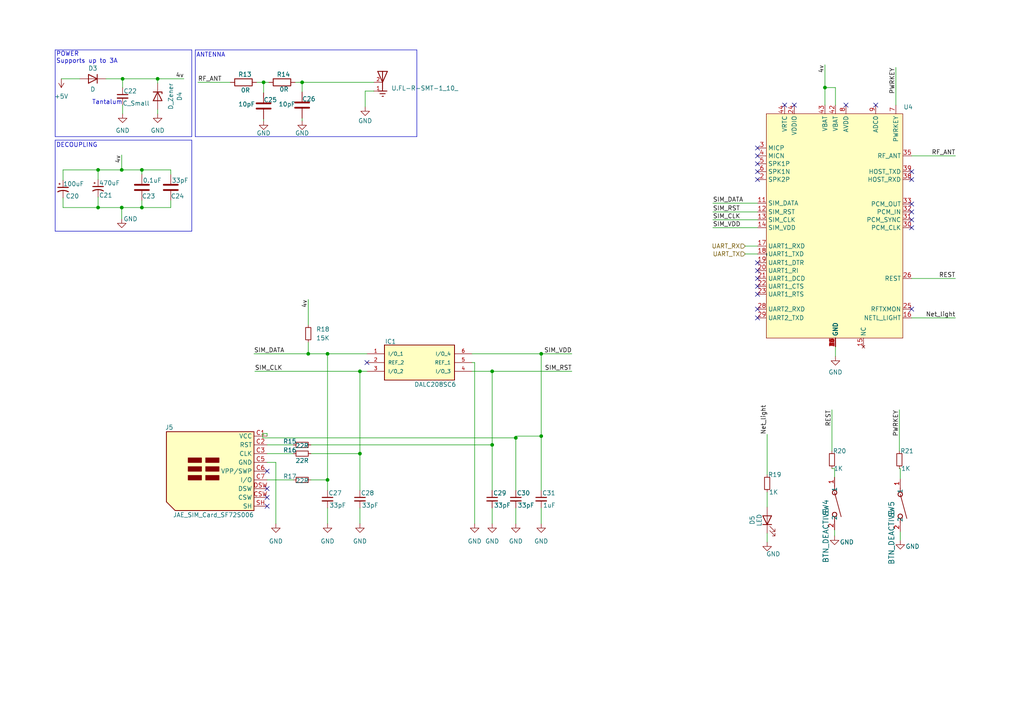
<source format=kicad_sch>
(kicad_sch (version 20231120) (generator "eeschema") (generator_version "8.0")
  (paper "A4")
  (lib_symbols
    (symbol "Connector:JAE_SIM_Card_SF72S006"
      (property "Reference" "J" (at 5.08 12.7 0))
      (property "Value" "JAE_SIM_Card_SF72S006" (at 30.48 12.7 0))
      (symbol "JAE_SIM_Card_SF72S006_0_1"
        (polyline (pts (xy 3.81 11.43) (xy 3.81 -11.43) (xy 26.67 -11.43) (xy 29.21 -8.89) (xy 29.21 11.43) (xy 3.81 11.43)) (stroke (width 0.254)) (fill (type background)))
        (rectangle (start 13.97 -2.54) (end 17.78 -1.27) (stroke (width 0.254)) (fill (type outline)))
        (rectangle (start 13.97 0) (end 17.78 1.27) (stroke (width 0.254)) (fill (type outline)))
        (rectangle (start 13.97 2.54) (end 17.78 3.81) (stroke (width 0.254)) (fill (type outline)))
        (rectangle (start 19.05 -1.27) (end 22.86 -2.54) (stroke (width 0.254)) (fill (type outline)))
        (rectangle (start 19.05 0) (end 22.86 1.27) (stroke (width 0.254)) (fill (type outline)))
        (rectangle (start 19.05 2.54) (end 22.86 3.81) (stroke (width 0.254)) (fill (type outline)))
      )
      (symbol "JAE_SIM_Card_SF72S006_1_1"
        (pin power_in line (at 0 10.16 0) (length 3.81) (name "VCC") (number "C1"))
        (pin input line (at 0 7.62 0) (length 3.81) (name "RST") (number "C2"))
        (pin input line (at 0 5.08 0) (length 3.81) (name "CLK") (number "C3"))
        (pin power_in line (at 0 2.54 0) (length 3.81) (name "GND") (number "C5"))
        (pin bidirectional line (at 0 0 0) (length 3.81) (name "VPP/SWP") (number "C6"))
        (pin bidirectional line (at 0 -2.54 0) (length 3.81) (name "I/O") (number "C7"))
        (pin passive line (at 0 -7.62 0) (length 3.81) (name "CSW") (number "CSW"))
        (pin passive line (at 0 -5.08 0) (length 3.81) (name "DSW") (number "DSW"))
        (pin passive line (at 0 -10.16 0) (length 3.81) (name "SH") (number "SH"))
      )
    )
    (symbol "DALC208SC6:DALC208SC6" (pin_names (offset 1.016))
      (property "Reference" "IC" (at 26.67 7.62 0))
      (property "Value" "DALC208SC6" (at 26.67 5.08 0))
      (symbol "DALC208SC6_0_0"
        (rectangle (start 5.08 -7.62) (end 25.4 2.54) (stroke (width 0.254)) (fill (type background)))
        (pin bidirectional line (at 0 0 0) (length 5.08) (name "I/O_1") (number "1"))
        (pin bidirectional line (at 0 -2.54 0) (length 5.08) (name "REF_2") (number "2"))
        (pin bidirectional line (at 0 -5.08 0) (length 5.08) (name "I/O_2") (number "3"))
        (pin bidirectional line (at 30.48 -5.08 180) (length 5.08) (name "I/O_3") (number "4"))
        (pin bidirectional line (at 30.48 -2.54 180) (length 5.08) (name "REF_1") (number "5"))
        (pin bidirectional line (at 30.48 0 180) (length 5.08) (name "I/O_4") (number "6"))
      )
    )
    (symbol "Device:C" (pin_numbers hide) (pin_names (offset 0.254))
      (property "Reference" "C" (at 0.635 2.54 0))
      (property "Value" "C" (at 0.635 -2.54 0))
      (symbol "C_0_1"
        (polyline (pts (xy -2.032 -0.762) (xy 2.032 -0.762)) (stroke (width 0.508)))
        (polyline (pts (xy -2.032 0.762) (xy 2.032 0.762)) (stroke (width 0.508)))
      )
      (symbol "C_1_1"
        (pin passive line (at 0 3.81 270) (length 2.794) (name "~") (number "1"))
        (pin passive line (at 0 -3.81 90) (length 2.794) (name "~") (number "2"))
      )
    )
    (symbol "Device:C_Polarized_Small_US" (pin_numbers hide) (pin_names (offset 0.254) hide)
      (property "Reference" "C" (at 0.254 1.778 0))
      (property "Value" "C_Polarized_Small_US" (at 0.254 -2.032 0))
      (symbol "C_Polarized_Small_US_0_1"
        (polyline (pts (xy -1.524 0.508) (xy 1.524 0.508)) (stroke (width 0.3048)))
        (polyline (pts (xy -1.27 1.524) (xy -0.762 1.524)))
        (polyline (pts (xy -1.016 1.27) (xy -1.016 1.778)))
        (arc (start 1.524 -0.762) (mid 0 -0.3734) (end -1.524 -0.762) (stroke (width 0.3048)))
      )
      (symbol "C_Polarized_Small_US_1_1"
        (pin passive line (at 0 2.54 270) (length 2.032) (name "~") (number "1"))
        (pin passive line (at 0 -2.54 90) (length 2.032) (name "~") (number "2"))
      )
    )
    (symbol "Device:C_Small" (pin_numbers hide) (pin_names (offset 0.254) hide)
      (property "Reference" "C" (at 0.254 1.778 0))
      (property "Value" "C_Small" (at 0.254 -2.032 0))
      (symbol "C_Small_0_1"
        (polyline (pts (xy -1.524 -0.508) (xy 1.524 -0.508)) (stroke (width 0.3302)))
        (polyline (pts (xy -1.524 0.508) (xy 1.524 0.508)) (stroke (width 0.3048)))
      )
      (symbol "C_Small_1_1"
        (pin passive line (at 0 2.54 270) (length 2.032) (name "~") (number "1"))
        (pin passive line (at 0 -2.54 90) (length 2.032) (name "~") (number "2"))
      )
    )
    (symbol "Device:D" (pin_numbers hide) (pin_names (offset 1.016) hide)
      (property "Reference" "D" (at 0 2.54 0))
      (property "Value" "D" (at 0 -2.54 0))
      (symbol "D_0_1"
        (polyline (pts (xy -1.27 1.27) (xy -1.27 -1.27)) (stroke (width 0.254)))
        (polyline (pts (xy 1.27 0) (xy -1.27 0)))
        (polyline (pts (xy 1.27 1.27) (xy 1.27 -1.27) (xy -1.27 0) (xy 1.27 1.27)) (stroke (width 0.254)))
      )
      (symbol "D_1_1"
        (pin passive line (at -3.81 0 0) (length 2.54) (name "K") (number "1"))
        (pin passive line (at 3.81 0 180) (length 2.54) (name "A") (number "2"))
      )
    )
    (symbol "Device:D_Zener" (pin_numbers hide) (pin_names (offset 1.016) hide)
      (property "Reference" "D" (at 0 2.54 0))
      (property "Value" "D_Zener" (at 0 -2.54 0))
      (symbol "D_Zener_0_1"
        (polyline (pts (xy 1.27 0) (xy -1.27 0)))
        (polyline (pts (xy -1.27 -1.27) (xy -1.27 1.27) (xy -0.762 1.27)) (stroke (width 0.254)))
        (polyline (pts (xy 1.27 -1.27) (xy 1.27 1.27) (xy -1.27 0) (xy 1.27 -1.27)) (stroke (width 0.254)))
      )
      (symbol "D_Zener_1_1"
        (pin passive line (at -3.81 0 0) (length 2.54) (name "K") (number "1"))
        (pin passive line (at 3.81 0 180) (length 2.54) (name "A") (number "2"))
      )
    )
    (symbol "Device:LED" (pin_numbers hide) (pin_names (offset 1.016) hide)
      (property "Reference" "D" (at 0 2.54 0))
      (property "Value" "LED" (at 0 -2.54 0))
      (symbol "LED_0_1"
        (polyline (pts (xy -1.27 -1.27) (xy -1.27 1.27)) (stroke (width 0.254)))
        (polyline (pts (xy -1.27 0) (xy 1.27 0)))
        (polyline (pts (xy 1.27 -1.27) (xy 1.27 1.27) (xy -1.27 0) (xy 1.27 -1.27)) (stroke (width 0.254)))
        (polyline (pts (xy -3.048 -0.762) (xy -4.572 -2.286) (xy -3.81 -2.286) (xy -4.572 -2.286) (xy -4.572 -1.524)))
        (polyline (pts (xy -1.778 -0.762) (xy -3.302 -2.286) (xy -2.54 -2.286) (xy -3.302 -2.286) (xy -3.302 -1.524)))
      )
      (symbol "LED_1_1"
        (pin passive line (at -3.81 0 0) (length 2.54) (name "K") (number "1"))
        (pin passive line (at 3.81 0 180) (length 2.54) (name "A") (number "2"))
      )
    )
    (symbol "Device:R" (pin_numbers hide) (pin_names (offset 0))
      (property "Reference" "R" (at 2.032 0 90))
      (property "Value" "R" (at 0 0 90))
      (symbol "R_0_1"
        (rectangle (start -1.016 -2.54) (end 1.016 2.54) (stroke (width 0.254)))
      )
      (symbol "R_1_1"
        (pin passive line (at 0 3.81 270) (length 1.27) (name "~") (number "1"))
        (pin passive line (at 0 -3.81 90) (length 1.27) (name "~") (number "2"))
      )
    )
    (symbol "Device:R_Small" (pin_numbers hide) (pin_names (offset 0.254) hide)
      (property "Reference" "R" (at 0.762 0.508 0))
      (property "Value" "R_Small" (at 0.762 -1.016 0))
      (symbol "R_Small_0_1"
        (rectangle (start -0.762 1.778) (end 0.762 -1.778) (stroke (width 0.2032)))
      )
      (symbol "R_Small_1_1"
        (pin passive line (at 0 2.54 270) (length 0.762) (name "~") (number "1"))
        (pin passive line (at 0 -2.54 90) (length 0.762) (name "~") (number "2"))
      )
    )
    (symbol "drip-irrigation-sys-cc:PTS636_SM50J_SMTR_LFS" (pin_names (offset 0.254))
      (property "Reference" "SW" (at 7.62 3.81 0))
      (property "Value" "PTS636 SM50J SMTR LFS" (at 0 0 0))
      (symbol "PTS636_SM50J_SMTR_LFS_0_1"
        (polyline (pts (xy 2.54 0) (xy 3.81 0)) (stroke (width 0.2032)))
        (polyline (pts (xy 4.445 0) (xy 11.43 1.905)) (stroke (width 0.2032)))
        (polyline (pts (xy 12.7 0) (xy 11.43 0)) (stroke (width 0.2032)))
        (circle (center 4.445 0) (radius 0.635) (stroke (width 0.254)))
        (circle (center 10.795 0) (radius 0.635) (stroke (width 0.254)))
        (pin unspecified line (at 0 0 0) (length 2.54) (name "1") (number "1"))
        (pin unspecified line (at 15.24 0 180) (length 2.54) (name "2") (number "2"))
      )
    )
    (symbol "drip-irrigation-sys-cc:U.FL-R-SMT-1_10_" (pin_names (offset 1.016))
      (property "Reference" "J" (at -2.5406 5.0869 0))
      (property "Value" "U.FL-R-SMT-1_10_" (at -2.6677 -7.6346 0))
      (symbol "U.FL-R-SMT-1_10__0_0"
        (polyline (pts (xy -1.397 3.175) (xy 0 3.175)) (stroke (width 0.254)))
        (polyline (pts (xy -0.762 -3.302) (xy 0.762 -3.302)) (stroke (width 0.254)))
        (polyline (pts (xy -0.127 -4.064) (xy 0.254 -4.064)) (stroke (width 0.254)))
        (polyline (pts (xy 0 -2.54) (xy -1.27 -2.54)) (stroke (width 0.254)))
        (polyline (pts (xy 0 -2.54) (xy 1.27 -2.54)) (stroke (width 0.254)))
        (polyline (pts (xy 0 0) (xy -1.397 3.175)) (stroke (width 0.254)))
        (polyline (pts (xy 0 0) (xy 0 -2.54)) (stroke (width 0.254)))
        (polyline (pts (xy 0 3.175) (xy 0 0)) (stroke (width 0.254)))
        (polyline (pts (xy 0 3.175) (xy 1.397 3.175)) (stroke (width 0.254)))
        (polyline (pts (xy 1.397 3.175) (xy 0 0)) (stroke (width 0.254)))
        (pin passive line (at -2.54 -2.54 0) (length 2.54) (name "~") (number "1"))
        (pin passive line (at -2.54 0 0) (length 2.54) (name "~") (number "2"))
      )
    )
    (symbol "mergened_symbols:mg2608"
      (property "Reference" "U" (at -16.256 -33.782 0))
      (symbol "mg2608_1_1"
        (rectangle (start -20.066 33.02) (end 19.558 -32.004) (fill (type background)))
        (pin input line (at 0 -34.544 90) (length 2.54) (name "GND") (number "1"))
        (pin input line (at 0 -34.544 90) (length 2.54) (name "GND") (number "10"))
        (pin bidirectional line (at -22.606 7.112 0) (length 2.54) (name "SIM_DATA") (number "11"))
        (pin output line (at -22.606 4.572 0) (length 2.54) (name "SIM_RST") (number "12"))
        (pin output line (at -22.606 2.286 0) (length 2.54) (name "SIM_CLK") (number "13"))
        (pin output line (at -22.606 0 0) (length 2.54) (name "SIM_VDD") (number "14"))
        (pin no_connect line (at 8.128 -34.544 90) (length 2.54) (name "NC") (number "15"))
        (pin input line (at 22.098 -26.162 180) (length 2.54) (name "NETL_LIGHT") (number "16"))
        (pin input line (at -22.606 -5.334 0) (length 2.54) (name "UART1_RXD") (number "17"))
        (pin output line (at -22.606 -7.62 0) (length 2.54) (name "UART1_TXD") (number "18"))
        (pin input line (at -22.606 -10.16 0) (length 2.54) (name "UART1_DTR") (number "19"))
        (pin output line (at -22.606 13.97 0) (length 2.54) (name "SPK2P") (number "2"))
        (pin output line (at -22.606 -12.446 0) (length 2.54) (name "UART1_RI") (number "20"))
        (pin output line (at -22.606 -14.732 0) (length 2.54) (name "UART1_DCD") (number "21"))
        (pin output line (at -22.606 -17.018 0) (length 2.54) (name "UART1_CTS") (number "22"))
        (pin input line (at -22.606 -19.304 0) (length 2.54) (name "UART1_RTS") (number "23"))
        (pin output line (at -11.938 35.56 270) (length 2.54) (name "VDDIO") (number "24"))
        (pin input line (at 22.098 -23.622 180) (length 2.54) (name "RFTXMON") (number "25"))
        (pin input line (at 22.098 -14.732 180) (length 2.54) (name "REST") (number "26"))
        (pin input line (at 0 -34.544 90) (length 2.54) (name "GND") (number "27"))
        (pin input line (at -22.606 -23.622 0) (length 2.54) (name "UART2_RXD") (number "28"))
        (pin output line (at -22.606 -26.162 0) (length 2.54) (name "UART2_TXD") (number "29"))
        (pin input line (at -22.606 23.114 0) (length 2.54) (name "MICP") (number "3"))
        (pin output line (at 22.098 0 180) (length 2.54) (name "PCM_CLK") (number "30"))
        (pin output line (at 22.098 2.286 180) (length 2.54) (name "PCM_SYNC") (number "31"))
        (pin input line (at 22.098 4.572 180) (length 2.54) (name "PCM_IN") (number "32"))
        (pin output line (at 22.098 6.858 180) (length 2.54) (name "PCM_OUT") (number "33"))
        (pin input line (at 0 -34.544 90) (length 2.54) (name "GND") (number "34"))
        (pin bidirectional line (at 22.098 20.828 180) (length 2.54) (name "RF_ANT") (number "35"))
        (pin input line (at 0 -34.544 90) (length 2.54) (name "GND") (number "36"))
        (pin input line (at 0 -34.544 90) (length 2.54) (name "GND") (number "37"))
        (pin input line (at 22.098 13.97 180) (length 2.54) (name "HOST_RXD") (number "38"))
        (pin input line (at 22.098 16.256 180) (length 2.54) (name "HOST_TXD") (number "39"))
        (pin input line (at -22.606 20.828 0) (length 2.54) (name "MICN") (number "4"))
        (pin input line (at 0 -34.544 90) (length 2.54) (name "GND") (number "40"))
        (pin input line (at 0 -34.544 90) (length 2.54) (name "GND") (number "41"))
        (pin input line (at 0 35.56 270) (length 2.54) (name "VBAT") (number "42"))
        (pin input line (at -3.048 35.56 270) (length 2.54) (name "VBAT") (number "43"))
        (pin output line (at -14.732 35.56 270) (length 2.54) (name "VRTC") (number "44"))
        (pin output line (at -22.606 18.542 0) (length 2.54) (name "SPK1P") (number "5"))
        (pin output line (at -22.606 16.256 0) (length 2.54) (name "SPK1N") (number "6"))
        (pin input line (at 17.526 35.56 270) (length 2.54) (name "PWRKEY") (number "7"))
        (pin output line (at 3.048 35.56 270) (length 2.54) (name "AVDD") (number "8"))
        (pin input line (at 11.684 35.56 270) (length 2.54) (name "ADC0") (number "9"))
      )
    )
    (symbol "power:+5V" (power) (pin_numbers hide) (pin_names (offset 0) hide)
      (property "Value" "+5V" (at 0 3.556 0))
      (symbol "+5V_0_1"
        (polyline (pts (xy -0.762 1.27) (xy 0 2.54)))
        (polyline (pts (xy 0 0) (xy 0 2.54)))
        (polyline (pts (xy 0 2.54) (xy 0.762 1.27)))
      )
      (symbol "+5V_1_1"
        (pin power_in line (at 0 0 90) (length 0) (name "~") (number "1"))
      )
    )
    (symbol "power:GND" (power) (pin_names (offset 0))
      (property "Value" "GND" (at 0 -3.81 0))
      (symbol "GND_0_1"
        (polyline (pts (xy 0 0) (xy 0 -1.27) (xy 1.27 -1.27) (xy 0 -2.54) (xy -1.27 -1.27) (xy 0 -1.27)))
      )
      (symbol "GND_1_1"
        (pin power_in line (at 0 0 270) (length 0) hide (name "GND") (number "1"))
      )
    )
  )
  (junction (at 89.408 102.616))
  (junction (at 142.748 107.696))
  (junction (at 45.72 22.86))
  (junction (at 28.448 49.276))
  (junction (at 35.306 49.276))
  (junction (at 41.148 49.276))
  (junction (at 28.448 60.198))
  (junction (at 142.748 129.032))
  (junction (at 94.996 102.616))
  (junction (at 87.63 23.876))
  (junction (at 239.268 25.4))
  (junction (at 156.972 126.492))
  (junction (at 94.996 139.192))
  (junction (at 149.606 127))
  (junction (at 104.394 107.696))
  (junction (at 76.454 23.876))
  (junction (at 156.972 102.616))
  (junction (at 41.148 60.198))
  (junction (at 104.394 131.572))
  (junction (at 35.56 22.86))
  (junction (at 35.306 60.198))
  (no_connect (at 106.426 105.156))
  (no_connect (at 77.47 146.812))
  (no_connect (at 219.71 49.784))
  (no_connect (at 254 30.48))
  (no_connect (at 219.71 92.202))
  (no_connect (at 77.47 141.732))
  (no_connect (at 264.414 61.468))
  (no_connect (at 219.71 45.212))
  (no_connect (at 219.71 42.926))
  (no_connect (at 264.414 66.04))
  (no_connect (at 245.364 30.48))
  (no_connect (at 264.414 89.662))
  (no_connect (at 219.71 80.772))
  (no_connect (at 219.71 78.486))
  (no_connect (at 219.71 52.07))
  (no_connect (at 219.71 47.498))
  (no_connect (at 230.378 30.48))
  (no_connect (at 219.71 76.2))
  (no_connect (at 227.584 30.48))
  (no_connect (at 219.71 89.662))
  (no_connect (at 264.414 52.07))
  (no_connect (at 219.71 85.344))
  (no_connect (at 264.414 63.754))
  (no_connect (at 219.71 83.058))
  (no_connect (at 264.414 59.182))
  (no_connect (at 264.414 49.784))
  (no_connect (at 77.47 144.272))
  (no_connect (at 77.47 136.652))
  (wire (pts (xy 156.972 147.32) (xy 156.972 151.892)))
  (wire (pts (xy 76.454 23.876) (xy 77.978 23.876)))
  (wire (pts (xy 76.454 35.052) (xy 76.454 34.544)))
  (wire (pts (xy 28.448 60.198) (xy 35.306 60.198)))
  (wire (pts (xy 49.53 49.276) (xy 41.148 49.276)))
  (wire (pts (xy 104.394 131.572) (xy 104.394 142.24)))
  (wire (pts (xy 89.408 86.868) (xy 89.408 94.234)))
  (wire (pts (xy 49.53 50.546) (xy 49.53 49.276)))
  (wire (pts (xy 260.858 135.89) (xy 261.112 135.89)))
  (wire (pts (xy 89.408 102.616) (xy 94.996 102.616)))
  (wire (pts (xy 90.17 129.032) (xy 142.748 129.032)))
  (wire (pts (xy 41.148 50.546) (xy 41.148 49.276)))
  (polyline (pts (xy 120.904 14.478) (xy 120.904 39.624)))
  (wire (pts (xy 239.268 25.4) (xy 242.316 25.4)))
  (wire (pts (xy 206.756 61.468) (xy 219.71 61.468)))
  (wire (pts (xy 104.394 147.32) (xy 104.394 151.892)))
  (wire (pts (xy 242.062 138.43) (xy 242.062 135.89)))
  (wire (pts (xy 261.112 138.938) (xy 261.112 135.89)))
  (wire (pts (xy 77.47 134.112) (xy 80.01 134.112)))
  (wire (pts (xy 18.288 57.404) (xy 18.288 60.198)))
  (wire (pts (xy 89.408 99.314) (xy 89.408 102.616)))
  (wire (pts (xy 239.268 18.796) (xy 239.268 25.4)))
  (wire (pts (xy 35.306 60.198) (xy 41.148 60.198)))
  (wire (pts (xy 277.114 92.202) (xy 264.414 92.202)))
  (wire (pts (xy 142.748 107.696) (xy 142.748 129.032)))
  (wire (pts (xy 108.4144 23.876) (xy 108.4144 23.8716)))
  (wire (pts (xy 149.606 126.492) (xy 156.972 126.492)))
  (wire (pts (xy 45.72 22.86) (xy 45.72 24.13)))
  (wire (pts (xy 28.448 57.15) (xy 28.448 60.198)))
  (wire (pts (xy 242.062 135.89) (xy 241.3 135.89)))
  (wire (pts (xy 142.748 129.032) (xy 142.748 142.24)))
  (wire (pts (xy 76.2 125.73) (xy 76.2 127)))
  (wire (pts (xy 73.66 102.616) (xy 89.408 102.616)))
  (wire (pts (xy 222.504 157.226) (xy 222.504 154.686)))
  (polyline (pts (xy 120.904 39.624) (xy 56.642 39.624)))
  (polyline (pts (xy 55.626 14.478) (xy 55.626 39.624)))
  (wire (pts (xy 206.756 63.754) (xy 219.71 63.754)))
  (wire (pts (xy 94.996 102.616) (xy 94.996 139.192)))
  (wire (pts (xy 87.63 23.876) (xy 108.4144 23.876)))
  (wire (pts (xy 76.2 127) (xy 149.606 127)))
  (wire (pts (xy 104.394 107.696) (xy 104.394 131.572)))
  (wire (pts (xy 45.72 22.86) (xy 53.34 22.86)))
  (wire (pts (xy 49.53 60.198) (xy 41.148 60.198)))
  (wire (pts (xy 57.404 23.876) (xy 66.802 23.876)))
  (wire (pts (xy 45.72 31.75) (xy 45.72 33.02)))
  (wire (pts (xy 94.996 102.616) (xy 106.426 102.616)))
  (polyline (pts (xy 16.002 14.478) (xy 16.002 39.624)))
  (polyline (pts (xy 56.642 14.478) (xy 56.642 39.624)))
  (wire (pts (xy 104.394 107.696) (xy 106.426 107.696)))
  (wire (pts (xy 28.448 49.276) (xy 28.448 52.07)))
  (polyline (pts (xy 16.002 40.64) (xy 55.626 40.64)))
  (wire (pts (xy 241.3 118.872) (xy 241.3 130.81)))
  (wire (pts (xy 77.47 125.73) (xy 77.47 126.492)))
  (wire (pts (xy 76.454 26.924) (xy 76.454 23.876)))
  (wire (pts (xy 136.906 105.156) (xy 137.668 105.156)))
  (wire (pts (xy 41.148 60.198) (xy 41.148 58.166)))
  (wire (pts (xy 242.316 25.4) (xy 242.316 30.48)))
  (wire (pts (xy 156.972 102.616) (xy 156.972 126.492)))
  (wire (pts (xy 35.306 63.5) (xy 35.306 60.198)))
  (polyline (pts (xy 16.002 40.64) (xy 16.002 67.056)))
  (wire (pts (xy 90.17 131.572) (xy 104.394 131.572)))
  (wire (pts (xy 156.972 102.616) (xy 165.862 102.616)))
  (wire (pts (xy 35.56 30.48) (xy 35.56 33.02)))
  (wire (pts (xy 222.504 125.984) (xy 222.504 137.668)))
  (polyline (pts (xy 55.626 67.056) (xy 16.002 67.056)))
  (wire (pts (xy 41.148 49.276) (xy 35.306 49.276)))
  (wire (pts (xy 216.154 73.66) (xy 219.71 73.66)))
  (wire (pts (xy 74.422 23.876) (xy 76.454 23.876)))
  (wire (pts (xy 259.842 19.558) (xy 259.842 30.48)))
  (wire (pts (xy 261.112 154.178) (xy 261.112 156.718)))
  (wire (pts (xy 28.448 60.198) (xy 18.288 60.198)))
  (wire (pts (xy 149.606 147.32) (xy 149.606 151.892)))
  (wire (pts (xy 242.316 103.378) (xy 242.316 100.584)))
  (wire (pts (xy 35.56 22.86) (xy 35.56 25.4)))
  (wire (pts (xy 77.47 139.192) (xy 85.09 139.192)))
  (wire (pts (xy 77.47 129.032) (xy 85.09 129.032)))
  (wire (pts (xy 142.748 147.32) (xy 142.748 151.892)))
  (wire (pts (xy 222.504 147.066) (xy 222.504 142.748)))
  (wire (pts (xy 137.668 105.156) (xy 137.668 151.892)))
  (wire (pts (xy 149.606 127) (xy 149.606 142.24)))
  (wire (pts (xy 264.414 80.772) (xy 277.114 80.772)))
  (wire (pts (xy 206.756 66.04) (xy 219.71 66.04)))
  (wire (pts (xy 80.01 134.112) (xy 80.01 151.892)))
  (wire (pts (xy 87.63 35.052) (xy 87.63 34.29)))
  (wire (pts (xy 35.56 22.86) (xy 45.72 22.86)))
  (wire (pts (xy 73.914 107.696) (xy 104.394 107.696)))
  (wire (pts (xy 77.47 131.572) (xy 85.09 131.572)))
  (wire (pts (xy 260.858 118.872) (xy 260.858 130.81)))
  (wire (pts (xy 18.288 52.324) (xy 18.288 49.276)))
  (polyline (pts (xy 56.642 14.478) (xy 120.904 14.478)))
  (wire (pts (xy 49.53 58.166) (xy 49.53 60.198)))
  (wire (pts (xy 35.306 44.958) (xy 35.306 49.276)))
  (wire (pts (xy 87.63 23.876) (xy 87.63 26.67)))
  (wire (pts (xy 105.918 26.416) (xy 105.918 30.988)))
  (polyline (pts (xy 55.626 39.624) (xy 16.002 39.624)))
  (wire (pts (xy 76.2 125.73) (xy 77.47 125.73)))
  (wire (pts (xy 136.906 102.616) (xy 156.972 102.616)))
  (wire (pts (xy 216.154 71.374) (xy 219.71 71.374)))
  (wire (pts (xy 149.606 126.492) (xy 149.606 127)))
  (wire (pts (xy 17.78 22.86) (xy 23.114 22.86)))
  (wire (pts (xy 239.268 25.4) (xy 239.268 30.48)))
  (wire (pts (xy 94.996 147.32) (xy 94.996 151.892)))
  (wire (pts (xy 18.288 49.276) (xy 28.448 49.276)))
  (wire (pts (xy 264.414 45.212) (xy 277.114 45.212)))
  (polyline (pts (xy 55.626 40.64) (xy 55.626 67.056)))
  (wire (pts (xy 206.756 58.928) (xy 219.71 58.928)))
  (wire (pts (xy 35.306 49.276) (xy 28.448 49.276)))
  (wire (pts (xy 242.062 153.67) (xy 242.062 155.448)))
  (wire (pts (xy 156.972 126.492) (xy 156.972 142.24)))
  (wire (pts (xy 87.63 23.876) (xy 85.598 23.876)))
  (wire (pts (xy 136.906 107.696) (xy 142.748 107.696)))
  (wire (pts (xy 90.17 139.192) (xy 94.996 139.192)))
  (wire (pts (xy 142.748 107.696) (xy 165.862 107.696)))
  (wire (pts (xy 108.4144 26.416) (xy 108.4144 26.4116)))
  (wire (pts (xy 105.918 26.416) (xy 108.4144 26.416)))
  (wire (pts (xy 94.996 139.192) (xy 94.996 142.24)))
  (polyline (pts (xy 16.002 14.478) (xy 55.626 14.478)))
  (wire (pts (xy 30.734 22.86) (xy 35.56 22.86)))
  (text "DECOUPLING" (at 16.256 42.926 0) (effects (font (size 1.27 1.27)) (justify left bottom)))
  (text "ANTENNA" (at 56.896 16.764 0) (effects (font (size 1.27 1.27)) (justify left bottom)))
  (text "POWER\nSupports up to 3A" (at 16.256 18.542 0) (effects (font (size 1.27 1.27)) (justify left bottom)))
  (text "Tantalum" (at 26.67 30.48 0) (effects (font (size 1.27 1.27)) (justify left bottom)))
  (label "SIM_DATA" (at 73.66 102.616 0))
  (label "RF_ANT" (at 277.114 45.212 180))
  (label "SIM_VDD" (at 165.862 102.616 180))
  (label "SIM_CLK" (at 73.914 107.696 0))
  (label "REST" (at 241.3 118.872 270))
  (label "Net_light" (at 222.504 125.984 90))
  (label "RF_ANT" (at 57.404 23.876 0))
  (label "SIM_RST" (at 206.756 61.468 0))
  (label "SIM_RST" (at 165.862 107.696 180))
  (label "4v" (at 53.34 22.86 180))
  (label "4v" (at 35.306 44.958 270))
  (label "4v" (at 89.408 86.868 270))
  (label "4v" (at 239.268 18.796 270))
  (label "Net_light" (at 277.114 92.202 180))
  (label "PWRKEY" (at 259.842 19.558 270))
  (label "SIM_CLK" (at 206.756 63.754 0))
  (label "REST" (at 277.114 80.772 180))
  (label "SIM_DATA" (at 206.756 58.928 0))
  (label "PWRKEY" (at 260.858 118.872 270))
  (label "SIM_VDD" (at 206.756 66.04 0))
  (hierarchical_label "UART_RX" (shape input) (at 216.154 71.374 180))
  (hierarchical_label "UART_TX" (shape input) (at 216.154 73.66 180))
  (symbol (lib_id "mergened_symbols:mg2608") (at 242.316 66.04 0) (unit 1)
    (property "Reference" "U4" (at 262.0361 31.0388 0) (effects (justify left)))
    (property "Value" "~" (at 222.377 73.787 90))
    (property "Footprint" "mergened_footprints:MG2608" (effects (hide yes)))
    (property "JLCPCB" "C389669" (effects (hide yes)))
  )
  (symbol (lib_id "Device:R_Small") (at 87.63 129.032 90) (unit 1)
    (property "Reference" "R15" (at 84.074 128.016 90))
    (property "Value" "22R" (at 87.63 129.286 90))
    (property "Footprint" "Resistor_SMD:R_0402_1005Metric" (effects (hide yes)))
    (property "DigiKey" "311-22.0HRDKR-ND" (effects (hide yes)))
  )
  (symbol (lib_id "Device:C_Polarized_Small_US") (at 28.448 54.61 0) (unit 1)
    (property "Reference" "C21" (at 28.702 56.642 0) (effects (justify left)))
    (property "Value" "470uF" (at 28.702 53.086 0) (effects (justify left)))
    (property "Footprint" "Capacitor_SMD:CP_Elec_8x10.5" (effects (hide yes)))
    (property "DigiKey" "2997-SRF10V471MJ102-ND" (effects (hide yes)))
  )
  (symbol (lib_id "Device:R_Small") (at 222.504 140.208 0) (unit 1)
    (property "Reference" "R19" (at 222.758 137.668 0) (effects (justify left)))
    (property "Value" "1K" (at 223.012 142.748 0) (effects (justify left)))
    (property "Footprint" "Resistor_SMD:R_0402_1005Metric" (effects (hide yes)))
    (property "DigiKey" "  311-1.0KJRTR-ND" (effects (hide yes)))
  )
  (symbol (lib_id "Device:R_Small") (at 89.408 96.774 0) (unit 1)
    (property "Reference" "R18" (at 91.694 95.504 0) (effects (justify left)))
    (property "Value" "15K" (at 91.694 98.044 0) (effects (justify left)))
    (property "Footprint" "Resistor_SMD:R_0402_1005Metric" (effects (hide yes)))
    (property "DigiKey" "P15KDBDKR-ND" (effects (hide yes)))
  )
  (symbol (lib_id "power:GND") (at 94.996 151.892 0) (unit 1)
    (property "Reference" "#PWR041" (effects (hide yes)))
    (property "Value" "GND" (at 94.996 156.972 0))
  )
  (symbol (lib_id "Device:C") (at 41.148 54.356 0) (unit 1)
    (property "Reference" "C23" (at 41.148 56.896 0) (effects (justify left)))
    (property "Value" "0.1uF" (at 41.402 52.324 0) (effects (justify left)))
    (property "Footprint" "Capacitor_SMD:C_0402_1005Metric" (effects (hide yes)))
    (property "DigiKey" "3372-0805B104K201DCTR-ND" (effects (hide yes)))
  )
  (symbol (lib_id "Device:C_Small") (at 142.748 144.78 0) (unit 1)
    (property "Reference" "C29" (at 143.002 143.002 0) (effects (justify left)))
    (property "Value" "33pF" (at 143.256 146.558 0) (effects (justify left)))
    (property "Footprint" "Capacitor_SMD:C_0402_1005Metric" (effects (hide yes)))
    (property "DigiKey" "2571-GMC10CG330K100NTTR-ND" (effects (hide yes)))
  )
  (symbol (lib_id "Connector:JAE_SIM_Card_SF72S006") (at 77.47 136.652 0) (mirror y) (unit 1)
    (property "Reference" "J5" (at 50.292 123.952 0) (effects (justify left)))
    (property "Value" "JAE_SIM_Card_SF72S006" (at 73.66 149.352 0) (effects (justify left)))
    (property "Footprint" "Connector_JAE:JAE_SIM_Card_SF72S006" (effects (hide yes)))
    (property "Datasheet" "https://www.jae.com/direct/topics/topics_file_download/topics_id=68892&ext_no=06&index=0&_lang=en&v=202003111511468456809" (effects (hide yes)))
    (property "DigiKey" "  670-2967-2-ND" (effects (hide yes)))
  )
  (symbol (lib_id "power:GND") (at 222.504 157.226 0) (unit 1)
    (property "Reference" "#PWR048" (effects (hide yes)))
    (property "Value" "GND" (at 224.282 160.6804 0))
  )
  (symbol (lib_id "drip-irrigation-sys-cc:PTS636_SM50J_SMTR_LFS") (at 242.062 138.43 270) (unit 1)
    (property "Reference" "SW4" (at 239.522 144.78 0) (effects (font (size 1.524 1.524)) (justify left)))
    (property "Value" "BTN_DEACTIVE" (at 239.522 147.32 0) (effects (font (size 1.524 1.524)) (justify left)))
    (property "Footprint" "stajHidro:SW_PTS636_CNK" (effects (hide yes)))
    (property "Datasheet" "PTS636 SM50J SMTR LFS" (effects (hide yes)))
    (property "DigiKey" "CKN12319-2-ND" (effects (hide yes)))
  )
  (symbol (lib_id "power:GND") (at 156.972 151.892 0) (unit 1)
    (property "Reference" "#PWR047" (effects (hide yes)))
    (property "Value" "GND" (at 156.972 156.972 0))
  )
  (symbol (lib_id "power:GND") (at 76.454 35.052 0) (unit 1)
    (property "Reference" "#PWR038" (effects (hide yes)))
    (property "Value" "GND" (at 76.454 38.608 0))
  )
  (symbol (lib_id "power:GND") (at 87.63 35.052 0) (unit 1)
    (property "Reference" "#PWR040" (effects (hide yes)))
    (property "Value" "GND" (at 87.63 38.608 0))
  )
  (symbol (lib_id "Device:R_Small") (at 87.63 131.572 90) (unit 1)
    (property "Reference" "R16" (at 84.074 130.556 90))
    (property "Value" "22R" (at 87.63 133.604 90))
    (property "Footprint" "Resistor_SMD:R_0402_1005Metric" (effects (hide yes)))
    (property "DigiKey" "311-22.0HRDKR-ND" (effects (hide yes)))
  )
  (symbol (lib_id "power:GND") (at 80.01 151.892 0) (unit 1)
    (property "Reference" "#PWR039" (effects (hide yes)))
    (property "Value" "GND" (at 80.01 156.972 0))
  )
  (symbol (lib_id "Device:C_Polarized_Small_US") (at 18.288 54.864 0) (unit 1)
    (property "Reference" "C20" (at 19.05 56.896 0) (effects (justify left)))
    (property "Value" "100uF" (at 18.288 53.34 0) (effects (justify left)))
    (property "Footprint" "Capacitor_SMD:CP_Elec_8x10.5" (effects (hide yes)))
    (property "DigiKey" "2997-SHT6.3V101M-F55-ND" (effects (hide yes)))
  )
  (symbol (lib_id "power:GND") (at 104.394 151.892 0) (unit 1)
    (property "Reference" "#PWR042" (effects (hide yes)))
    (property "Value" "GND" (at 104.394 156.972 0))
  )
  (symbol (lib_id "Device:D_Zener") (at 45.72 27.94 270) (unit 1)
    (property "Reference" "D4" (at 52.07 27.94 0))
    (property "Value" "D_Zener" (at 49.53 27.94 0))
    (property "Footprint" "mergened_footprints:SMB-2_4P60X3P95_ONS" (effects (hide yes)))
    (property "DigiKey" "SZ1SMB5915BT3GOSTR-ND" (effects (hide yes)))
  )
  (symbol (lib_id "Device:C") (at 87.63 30.48 0) (unit 1)
    (property "Reference" "C26" (at 87.63 28.702 0) (effects (justify left)))
    (property "Value" "10pF" (at 80.772 30.226 0) (effects (justify left)))
    (property "Footprint" "Capacitor_SMD:C_0402_1005Metric" (effects (hide yes)))
    (property "DigiKey" "  490-5921-2-ND" (effects (hide yes)))
  )
  (symbol (lib_id "power:GND") (at 149.606 151.892 0) (unit 1)
    (property "Reference" "#PWR046" (effects (hide yes)))
    (property "Value" "GND" (at 149.606 156.972 0))
  )
  (symbol (lib_id "power:GND") (at 242.316 103.378 0) (unit 1)
    (property "Reference" "#PWR050" (effects (hide yes)))
    (property "Value" "GND" (at 242.316 107.95 0))
  )
  (symbol (lib_id "power:GND") (at 45.72 33.02 0) (unit 1)
    (property "Reference" "#PWR037" (effects (hide yes)))
    (property "Value" "GND" (at 45.72 37.846 0))
  )
  (symbol (lib_id "power:GND") (at 35.306 63.5 0) (unit 1)
    (property "Reference" "#PWR035" (effects (hide yes)))
    (property "Value" "GND" (at 37.846 63.5 0))
  )
  (symbol (lib_id "Device:R_Small") (at 87.63 139.192 90) (unit 1)
    (property "Reference" "R17" (at 84.074 138.176 90))
    (property "Value" "22R" (at 87.63 139.446 90))
    (property "Footprint" "Resistor_SMD:R_0402_1005Metric" (effects (hide yes)))
    (property "DigiKey" "311-22.0HRDKR-ND" (effects (hide yes)))
  )
  (symbol (lib_id "power:GND") (at 105.918 30.988 0) (unit 1)
    (property "Reference" "#PWR043" (effects (hide yes)))
    (property "Value" "GND" (at 105.918 35.052 0))
  )
  (symbol (lib_id "Device:C_Small") (at 35.56 27.94 0) (unit 1)
    (property "Reference" "C22" (at 35.814 26.416 0) (effects (justify left)))
    (property "Value" "C_Small" (at 35.56 29.972 0) (effects (justify left)))
    (property "Footprint" "Capacitor_Tantalum_SMD:CP_EIA-6032-15_Kemet-U" (effects (hide yes)))
    (property "Description" "Unpolarized capacitor, small symbol" (effects (hide yes)))
    (property "DigiKey" "TCKOJ107CT" (effects (hide yes)))
  )
  (symbol (lib_id "Device:D") (at 26.924 22.86 180) (unit 1)
    (property "Reference" "D3" (at 26.924 19.812 0))
    (property "Value" "D" (at 26.924 25.908 0))
    (property "Footprint" "Diode_SMD:D_SOD-123F" (effects (hide yes)))
    (property "Sim.Device" "D" (effects (hide yes)))
    (property "Sim.Pins" "1=K 2=A" (effects (hide yes)))
    (property "DigiKey" "NRVHP220SFT3GOSTR-ND" (effects (hide yes)))
  )
  (symbol (lib_id "power:GND") (at 242.062 155.448 0) (unit 1)
    (property "Reference" "#PWR049" (effects (hide yes)))
    (property "Value" "GND" (at 245.618 157.226 0))
  )
  (symbol (lib_id "Device:C_Small") (at 94.996 144.78 0) (unit 1)
    (property "Reference" "C27" (at 95.25 143.002 0) (effects (justify left)))
    (property "Value" "33pF" (at 95.504 146.558 0) (effects (justify left)))
    (property "Footprint" "Capacitor_SMD:C_0402_1005Metric" (effects (hide yes)))
    (property "DigiKey" "2571-GMC10CG330K100NTTR-ND" (effects (hide yes)))
  )
  (symbol (lib_id "Device:C") (at 49.53 54.356 0) (unit 1)
    (property "Reference" "C24" (at 49.53 56.896 0) (effects (justify left)))
    (property "Value" "33pF" (at 49.784 52.324 0) (effects (justify left)))
    (property "Footprint" "Capacitor_SMD:C_0402_1005Metric" (effects (hide yes)))
    (property "DigiKey" "2571-GMC10CG330K100NTTR-ND" (effects (hide yes)))
  )
  (symbol (lib_id "power:+5V") (at 17.78 22.86 180) (unit 1)
    (property "Reference" "#PWR034" (effects (hide yes)))
    (property "Value" "+5V" (at 17.78 27.94 0))
    (property "Description" "Power symbol creates a global label with name \"+5V\"" (effects (hide yes)))
  )
  (symbol (lib_id "drip-irrigation-sys-cc:PTS636_SM50J_SMTR_LFS") (at 261.112 138.938 270) (unit 1)
    (property "Reference" "SW5" (at 258.572 145.288 0) (effects (font (size 1.524 1.524)) (justify left)))
    (property "Value" "BTN_DEACTIVE" (at 258.572 147.828 0) (effects (font (size 1.524 1.524)) (justify left)))
    (property "Footprint" "stajHidro:SW_PTS636_CNK" (effects (hide yes)))
    (property "Datasheet" "PTS636 SM50J SMTR LFS" (effects (hide yes)))
    (property "DigiKey" "CKN12319-2-ND" (effects (hide yes)))
  )
  (symbol (lib_id "power:GND") (at 137.668 151.892 0) (unit 1)
    (property "Reference" "#PWR044" (effects (hide yes)))
    (property "Value" "GND" (at 137.668 156.972 0))
  )
  (symbol (lib_id "Device:C") (at 76.454 30.734 0) (unit 1)
    (property "Reference" "C25" (at 76.454 28.956 0) (effects (justify left)))
    (property "Value" "10pF" (at 69.088 30.226 0) (effects (justify left)))
    (property "Footprint" "Capacitor_SMD:C_0402_1005Metric" (effects (hide yes)))
    (property "DigiKey" "  490-5921-2-ND" (effects (hide yes)))
  )
  (symbol (lib_id "power:GND") (at 261.112 156.718 0) (unit 1)
    (property "Reference" "#PWR051" (effects (hide yes)))
    (property "Value" "GND" (at 264.668 158.496 0))
  )
  (symbol (lib_id "Device:R") (at 81.788 23.876 270) (unit 1)
    (property "Reference" "R14" (at 80.264 21.59 90) (effects (justify left)))
    (property "Value" "0R" (at 81.026 25.908 90) (effects (justify left)))
    (property "Footprint" "Resistor_SMD:R_0402_1005Metric" (effects (hide yes)))
    (property "DigiKey" "P0.0JTR-ND" (effects (hide yes)))
  )
  (symbol (lib_id "Device:C_Small") (at 104.394 144.78 0) (unit 1)
    (property "Reference" "C28" (at 104.648 143.002 0) (effects (justify left)))
    (property "Value" "33pF" (at 104.902 146.558 0) (effects (justify left)))
    (property "Footprint" "Capacitor_SMD:C_0402_1005Metric" (effects (hide yes)))
    (property "DigiKey" "2571-GMC10CG330K100NTTR-ND" (effects (hide yes)))
  )
  (symbol (lib_id "Device:LED") (at 222.504 150.876 90) (unit 1)
    (property "Reference" "D5" (at 218.186 150.876 0))
    (property "Value" "LED" (at 220.218 150.876 0))
    (property "Footprint" "LED_SMD:LED_0402_1005Metric" (effects (hide yes)))
    (property "DigiKey" "3372-0805YGBD008S01TR-ND" (effects (hide yes)))
  )
  (symbol (lib_id "DALC208SC6:DALC208SC6") (at 106.426 102.616 0) (unit 1)
    (property "Reference" "IC1" (at 113.284 99.06 0))
    (property "Value" "DALC208SC6" (at 126.238 111.506 0))
    (property "Footprint" "digikey-footprints:SOT23-6L" (effects (hide yes)))
    (property "DigiKey" "497-2525-2-ND" (effects (hide yes)))
  )
  (symbol (lib_id "Device:C_Small") (at 156.972 144.78 0) (unit 1)
    (property "Reference" "C31" (at 157.226 143.002 0) (effects (justify left)))
    (property "Value" "1uF" (at 157.48 146.558 0) (effects (justify left)))
    (property "Footprint" "Capacitor_SMD:C_0402_1005Metric" (effects (hide yes)))
    (property "DigiKey" "3372-0805B105K100CCTR-ND" (effects (hide yes)))
  )
  (symbol (lib_id "drip-irrigation-sys-cc:U.FL-R-SMT-1_10_") (at 110.9544 23.8716 0) (unit 1)
    (property "Reference" "J6" (effects (hide yes)))
    (property "Value" "U.FL-R-SMT-1_10_" (at 113.4944 25.5861 0) (effects (justify left)))
    (property "Footprint" "stajHidro:HRS_U.FL-R-SMT-1_10_" (effects (hide yes)))
    (property "DESCRIPTION" "U.FL Series 6 Ghz 50 Ohm Ultra-small SMT Coaxial Cable Receptacle" (effects (hide yes)))
    (property "PACKAGE" "None" (effects (hide yes)))
    (property "PRICE" "0.71 USD" (effects (hide yes)))
    (property "STANDARD" "Manufacturer Recommendation" (effects (hide yes)))
    (property "MP" "U.FL-R-SMT-1_10_" (effects (hide yes)))
    (property "AVAILABILITY" "Good" (effects (hide yes)))
    (property "MANUFACTURER" "Hirose" (effects (hide yes)))
    (property "DigiKey" "H11891TR-ND " (effects (hide yes)))
  )
  (symbol (lib_id "Device:R") (at 70.612 23.876 270) (unit 1)
    (property "Reference" "R13" (at 69.088 21.59 90) (effects (justify left)))
    (property "Value" "0R" (at 69.85 26.162 90) (effects (justify left)))
    (property "Footprint" "Resistor_SMD:R_0402_1005Metric" (effects (hide yes)))
    (property "DigiKey" "P0.0JTR-ND" (effects (hide yes)))
  )
  (symbol (lib_id "Device:R_Small") (at 241.3 133.35 0) (unit 1)
    (property "Reference" "R20" (at 241.554 130.81 0) (effects (justify left)))
    (property "Value" "1K" (at 241.808 135.89 0) (effects (justify left)))
    (property "Footprint" "Resistor_SMD:R_0402_1005Metric" (effects (hide yes)))
    (property "DigiKey" "  311-1.0KJRTR-ND" (effects (hide yes)))
  )
  (symbol (lib_id "Device:C_Small") (at 149.606 144.78 0) (unit 1)
    (property "Reference" "C30" (at 149.86 143.002 0) (effects (justify left)))
    (property "Value" "33pF" (at 150.114 146.558 0) (effects (justify left)))
    (property "Footprint" "Capacitor_SMD:C_0402_1005Metric" (effects (hide yes)))
    (property "DigiKey" "2571-GMC10CG330K100NTTR-ND" (effects (hide yes)))
  )
  (symbol (lib_id "power:GND") (at 35.56 33.02 0) (unit 1)
    (property "Reference" "#PWR036" (effects (hide yes)))
    (property "Value" "GND" (at 35.56 37.846 0))
  )
  (symbol (lib_id "Device:R_Small") (at 260.858 133.35 0) (unit 1)
    (property "Reference" "R21" (at 261.112 130.81 0) (effects (justify left)))
    (property "Value" "1K" (at 261.366 135.89 0) (effects (justify left)))
    (property "Footprint" "Resistor_SMD:R_0402_1005Metric" (effects (hide yes)))
    (property "DigiKey" "  311-1.0KJRTR-ND" (effects (hide yes)))
  )
  (symbol (lib_id "power:GND") (at 142.748 151.892 0) (unit 1)
    (property "Reference" "#PWR045" (effects (hide yes)))
    (property "Value" "GND" (at 142.748 156.972 0))
  )
)
</source>
